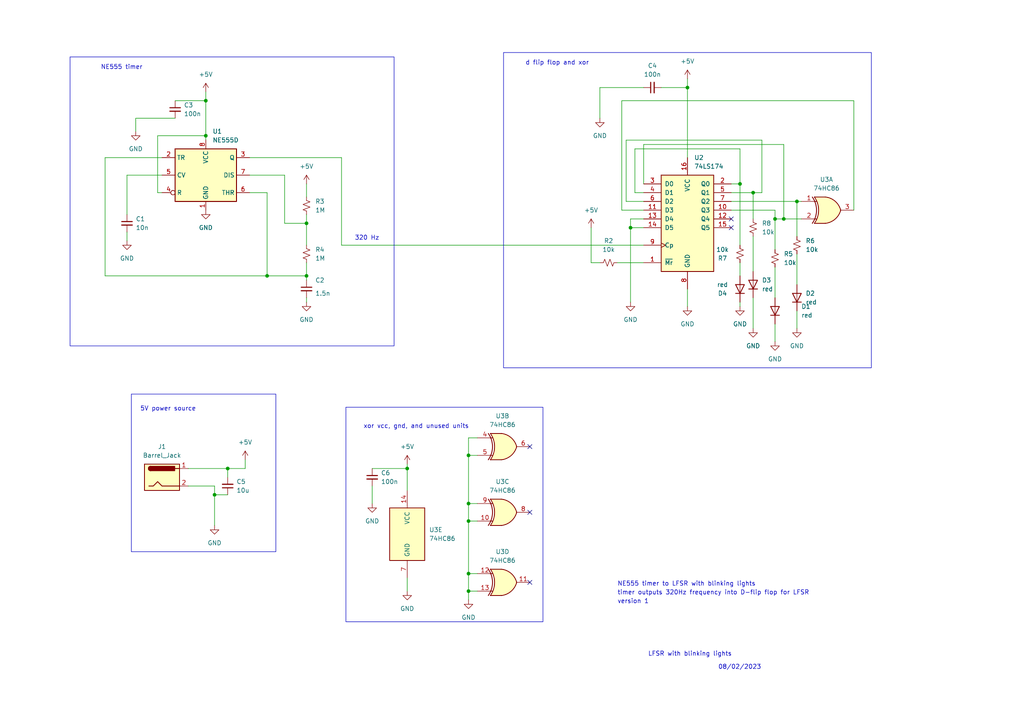
<source format=kicad_sch>
(kicad_sch (version 20230121) (generator eeschema)
  (paper "A4")
  (lib_symbols
    (symbol "74xx:74HC86" (pin_names (offset 1.016))
      (property "Reference" "U" (at 0 1.27 0))
      (property "Value" "74HC86" (at 0 -1.27 0))
      (symbol "74HC86_1_0"
        (arc (start -4.4196 -3.81) (mid -3.2033 0) (end -4.4196 3.81) (stroke (width 0.254)))
        (arc (start -3.81 -3.81) (mid -2.589 0) (end -3.81 3.81) (stroke (width 0.254)))
        (arc (start -0.6096 -3.81) (mid 2.1842 -2.5851) (end 3.81 0) (stroke (width 0.254)) (fill (type background)))
        (polyline (pts (xy -3.81 -3.81) (xy -0.635 -3.81)) (stroke (width 0.254)) (fill (type background)))
        (polyline (pts (xy -3.81 3.81) (xy -0.635 3.81)) (stroke (width 0.254)) (fill (type background)))
        (polyline (pts (xy -0.635 3.81) (xy -3.81 3.81) (xy -3.81 3.81) (xy -3.556 3.4036) (xy -3.0226 2.2606) (xy -2.6924 1.0414) (xy -2.6162 -0.254) (xy -2.7686 -1.4986) (xy -3.175 -2.7178) (xy -3.81 -3.81) (xy -3.81 -3.81) (xy -0.635 -3.81)) (stroke (width -25.4)) (fill (type background)))
        (arc (start 3.81 0) (mid 2.1915 2.5936) (end -0.6096 3.81) (stroke (width 0.254)) (fill (type background)))
        (pin input line (at -7.62 2.54 0) (length 4.445) (name "~") (number "1"))
        (pin input line (at -7.62 -2.54 0) (length 4.445) (name "~") (number "2"))
        (pin output line (at 7.62 0 180) (length 3.81) (name "~") (number "3"))
      )
      (symbol "74HC86_1_1"
        (polyline (pts (xy -3.81 -2.54) (xy -3.175 -2.54)) (stroke (width 0.1524)))
        (polyline (pts (xy -3.81 2.54) (xy -3.175 2.54)) (stroke (width 0.1524)))
      )
      (symbol "74HC86_2_0"
        (arc (start -4.4196 -3.81) (mid -3.2033 0) (end -4.4196 3.81) (stroke (width 0.254)))
        (arc (start -3.81 -3.81) (mid -2.589 0) (end -3.81 3.81) (stroke (width 0.254)))
        (arc (start -0.6096 -3.81) (mid 2.1842 -2.5851) (end 3.81 0) (stroke (width 0.254)) (fill (type background)))
        (polyline (pts (xy -3.81 -3.81) (xy -0.635 -3.81)) (stroke (width 0.254)) (fill (type background)))
        (polyline (pts (xy -3.81 3.81) (xy -0.635 3.81)) (stroke (width 0.254)) (fill (type background)))
        (polyline (pts (xy -0.635 3.81) (xy -3.81 3.81) (xy -3.81 3.81) (xy -3.556 3.4036) (xy -3.0226 2.2606) (xy -2.6924 1.0414) (xy -2.6162 -0.254) (xy -2.7686 -1.4986) (xy -3.175 -2.7178) (xy -3.81 -3.81) (xy -3.81 -3.81) (xy -0.635 -3.81)) (stroke (width -25.4)) (fill (type background)))
        (arc (start 3.81 0) (mid 2.1915 2.5936) (end -0.6096 3.81) (stroke (width 0.254)) (fill (type background)))
        (pin input line (at -7.62 2.54 0) (length 4.445) (name "~") (number "4"))
        (pin input line (at -7.62 -2.54 0) (length 4.445) (name "~") (number "5"))
        (pin output line (at 7.62 0 180) (length 3.81) (name "~") (number "6"))
      )
      (symbol "74HC86_2_1"
        (polyline (pts (xy -3.81 -2.54) (xy -3.175 -2.54)) (stroke (width 0.1524)))
        (polyline (pts (xy -3.81 2.54) (xy -3.175 2.54)) (stroke (width 0.1524)))
      )
      (symbol "74HC86_3_0"
        (arc (start -4.4196 -3.81) (mid -3.2033 0) (end -4.4196 3.81) (stroke (width 0.254)))
        (arc (start -3.81 -3.81) (mid -2.589 0) (end -3.81 3.81) (stroke (width 0.254)))
        (arc (start -0.6096 -3.81) (mid 2.1842 -2.5851) (end 3.81 0) (stroke (width 0.254)) (fill (type background)))
        (polyline (pts (xy -3.81 -3.81) (xy -0.635 -3.81)) (stroke (width 0.254)) (fill (type background)))
        (polyline (pts (xy -3.81 3.81) (xy -0.635 3.81)) (stroke (width 0.254)) (fill (type background)))
        (polyline (pts (xy -0.635 3.81) (xy -3.81 3.81) (xy -3.81 3.81) (xy -3.556 3.4036) (xy -3.0226 2.2606) (xy -2.6924 1.0414) (xy -2.6162 -0.254) (xy -2.7686 -1.4986) (xy -3.175 -2.7178) (xy -3.81 -3.81) (xy -3.81 -3.81) (xy -0.635 -3.81)) (stroke (width -25.4)) (fill (type background)))
        (arc (start 3.81 0) (mid 2.1915 2.5936) (end -0.6096 3.81) (stroke (width 0.254)) (fill (type background)))
        (pin input line (at -7.62 -2.54 0) (length 4.445) (name "~") (number "10"))
        (pin output line (at 7.62 0 180) (length 3.81) (name "~") (number "8"))
        (pin input line (at -7.62 2.54 0) (length 4.445) (name "~") (number "9"))
      )
      (symbol "74HC86_3_1"
        (polyline (pts (xy -3.81 -2.54) (xy -3.175 -2.54)) (stroke (width 0.1524)))
        (polyline (pts (xy -3.81 2.54) (xy -3.175 2.54)) (stroke (width 0.1524)))
      )
      (symbol "74HC86_4_0"
        (arc (start -4.4196 -3.81) (mid -3.2033 0) (end -4.4196 3.81) (stroke (width 0.254)))
        (arc (start -3.81 -3.81) (mid -2.589 0) (end -3.81 3.81) (stroke (width 0.254)))
        (arc (start -0.6096 -3.81) (mid 2.1842 -2.5851) (end 3.81 0) (stroke (width 0.254)) (fill (type background)))
        (polyline (pts (xy -3.81 -3.81) (xy -0.635 -3.81)) (stroke (width 0.254)) (fill (type background)))
        (polyline (pts (xy -3.81 3.81) (xy -0.635 3.81)) (stroke (width 0.254)) (fill (type background)))
        (polyline (pts (xy -0.635 3.81) (xy -3.81 3.81) (xy -3.81 3.81) (xy -3.556 3.4036) (xy -3.0226 2.2606) (xy -2.6924 1.0414) (xy -2.6162 -0.254) (xy -2.7686 -1.4986) (xy -3.175 -2.7178) (xy -3.81 -3.81) (xy -3.81 -3.81) (xy -0.635 -3.81)) (stroke (width -25.4)) (fill (type background)))
        (arc (start 3.81 0) (mid 2.1915 2.5936) (end -0.6096 3.81) (stroke (width 0.254)) (fill (type background)))
        (pin output line (at 7.62 0 180) (length 3.81) (name "~") (number "11"))
        (pin input line (at -7.62 2.54 0) (length 4.445) (name "~") (number "12"))
        (pin input line (at -7.62 -2.54 0) (length 4.445) (name "~") (number "13"))
      )
      (symbol "74HC86_4_1"
        (polyline (pts (xy -3.81 -2.54) (xy -3.175 -2.54)) (stroke (width 0.1524)))
        (polyline (pts (xy -3.81 2.54) (xy -3.175 2.54)) (stroke (width 0.1524)))
      )
      (symbol "74HC86_5_0"
        (pin power_in line (at 0 12.7 270) (length 5.08) (name "VCC") (number "14"))
        (pin power_in line (at 0 -12.7 90) (length 5.08) (name "GND") (number "7"))
      )
      (symbol "74HC86_5_1"
        (rectangle (start -5.08 7.62) (end 5.08 -7.62) (stroke (width 0.254)) (fill (type background)))
      )
    )
    (symbol "74xx:74LS174" (pin_names (offset 1.016))
      (property "Reference" "U" (at -7.62 13.97 0))
      (property "Value" "74LS174" (at -7.62 -16.51 0))
      (symbol "74LS174_1_0"
        (pin input line (at -12.7 -12.7 0) (length 5.08) (name "~{Mr}") (number "1"))
        (pin output line (at 12.7 2.54 180) (length 5.08) (name "Q3") (number "10"))
        (pin input line (at -12.7 2.54 0) (length 5.08) (name "D3") (number "11"))
        (pin output line (at 12.7 0 180) (length 5.08) (name "Q4") (number "12"))
        (pin input line (at -12.7 0 0) (length 5.08) (name "D4") (number "13"))
        (pin input line (at -12.7 -2.54 0) (length 5.08) (name "D5") (number "14"))
        (pin output line (at 12.7 -2.54 180) (length 5.08) (name "Q5") (number "15"))
        (pin power_in line (at 0 17.78 270) (length 5.08) (name "VCC") (number "16"))
        (pin output line (at 12.7 10.16 180) (length 5.08) (name "Q0") (number "2"))
        (pin input line (at -12.7 10.16 0) (length 5.08) (name "D0") (number "3"))
        (pin input line (at -12.7 7.62 0) (length 5.08) (name "D1") (number "4"))
        (pin output line (at 12.7 7.62 180) (length 5.08) (name "Q1") (number "5"))
        (pin input line (at -12.7 5.08 0) (length 5.08) (name "D2") (number "6"))
        (pin output line (at 12.7 5.08 180) (length 5.08) (name "Q2") (number "7"))
        (pin power_in line (at 0 -20.32 90) (length 5.08) (name "GND") (number "8"))
        (pin input clock (at -12.7 -7.62 0) (length 5.08) (name "Cp") (number "9"))
      )
      (symbol "74LS174_1_1"
        (rectangle (start -7.62 12.7) (end 7.62 -15.24) (stroke (width 0.254)) (fill (type background)))
      )
    )
    (symbol "Connector:Barrel_Jack" (pin_names (offset 1.016))
      (property "Reference" "J" (at 0 5.334 0))
      (property "Value" "Barrel_Jack" (at 0 -5.08 0))
      (symbol "Barrel_Jack_0_1"
        (rectangle (start -5.08 3.81) (end 5.08 -3.81) (stroke (width 0.254)) (fill (type background)))
        (arc (start -3.302 3.175) (mid -3.9343 2.54) (end -3.302 1.905) (stroke (width 0.254)))
        (arc (start -3.302 3.175) (mid -3.9343 2.54) (end -3.302 1.905) (stroke (width 0.254)) (fill (type outline)))
        (polyline (pts (xy 5.08 2.54) (xy 3.81 2.54)) (stroke (width 0.254)))
        (polyline (pts (xy -3.81 -2.54) (xy -2.54 -2.54) (xy -1.27 -1.27) (xy 0 -2.54) (xy 2.54 -2.54) (xy 5.08 -2.54)) (stroke (width 0.254)))
        (rectangle (start 3.683 3.175) (end -3.302 1.905) (stroke (width 0.254)) (fill (type outline)))
      )
      (symbol "Barrel_Jack_1_1"
        (pin passive line (at 7.62 2.54 180) (length 2.54) (name "~") (number "1"))
        (pin passive line (at 7.62 -2.54 180) (length 2.54) (name "~") (number "2"))
      )
    )
    (symbol "Device:C_Small" (pin_numbers hide) (pin_names (offset 0.254) hide)
      (property "Reference" "C" (at 0.254 1.778 0))
      (property "Value" "C_Small" (at 0.254 -2.032 0))
      (symbol "C_Small_0_1"
        (polyline (pts (xy -1.524 -0.508) (xy 1.524 -0.508)) (stroke (width 0.3302)))
        (polyline (pts (xy -1.524 0.508) (xy 1.524 0.508)) (stroke (width 0.3048)))
      )
      (symbol "C_Small_1_1"
        (pin passive line (at 0 2.54 270) (length 2.032) (name "~") (number "1"))
        (pin passive line (at 0 -2.54 90) (length 2.032) (name "~") (number "2"))
      )
    )
    (symbol "Device:D" (pin_numbers hide) (pin_names (offset 1.016) hide)
      (property "Reference" "D" (at 0 2.54 0))
      (property "Value" "D" (at 0 -2.54 0))
      (symbol "D_0_1"
        (polyline (pts (xy -1.27 1.27) (xy -1.27 -1.27)) (stroke (width 0.254)))
        (polyline (pts (xy 1.27 0) (xy -1.27 0)))
        (polyline (pts (xy 1.27 1.27) (xy 1.27 -1.27) (xy -1.27 0) (xy 1.27 1.27)) (stroke (width 0.254)))
      )
      (symbol "D_1_1"
        (pin passive line (at -3.81 0 0) (length 2.54) (name "K") (number "1"))
        (pin passive line (at 3.81 0 180) (length 2.54) (name "A") (number "2"))
      )
    )
    (symbol "Device:R_Small_US" (pin_numbers hide) (pin_names (offset 0.254) hide)
      (property "Reference" "R" (at 0.762 0.508 0))
      (property "Value" "R_Small_US" (at 0.762 -1.016 0))
      (symbol "R_Small_US_1_1"
        (polyline (pts (xy 0 0) (xy 1.016 -0.381) (xy 0 -0.762) (xy -1.016 -1.143) (xy 0 -1.524)))
        (polyline (pts (xy 0 1.524) (xy 1.016 1.143) (xy 0 0.762) (xy -1.016 0.381) (xy 0 0)))
        (pin passive line (at 0 2.54 270) (length 1.016) (name "~") (number "1"))
        (pin passive line (at 0 -2.54 90) (length 1.016) (name "~") (number "2"))
      )
    )
    (symbol "Timer:NE555D"
      (property "Reference" "U" (at -10.16 8.89 0))
      (property "Value" "NE555D" (at 2.54 8.89 0))
      (symbol "NE555D_0_0"
        (pin power_in line (at 0 -10.16 90) (length 2.54) (name "GND") (number "1"))
        (pin power_in line (at 0 10.16 270) (length 2.54) (name "VCC") (number "8"))
      )
      (symbol "NE555D_0_1"
        (rectangle (start -8.89 -7.62) (end 8.89 7.62) (stroke (width 0.254)) (fill (type background)))
        (rectangle (start -8.89 -7.62) (end 8.89 7.62) (stroke (width 0.254)) (fill (type background)))
      )
      (symbol "NE555D_1_1"
        (pin input line (at -12.7 5.08 0) (length 3.81) (name "TR") (number "2"))
        (pin output line (at 12.7 5.08 180) (length 3.81) (name "Q") (number "3"))
        (pin input inverted (at -12.7 -5.08 0) (length 3.81) (name "R") (number "4"))
        (pin input line (at -12.7 0 0) (length 3.81) (name "CV") (number "5"))
        (pin input line (at 12.7 -5.08 180) (length 3.81) (name "THR") (number "6"))
        (pin input line (at 12.7 0 180) (length 3.81) (name "DIS") (number "7"))
      )
    )
    (symbol "power:+5V" (power) (pin_names (offset 0))
      (property "Value" "+5V" (at 0 3.556 0))
      (symbol "+5V_0_1"
        (polyline (pts (xy -0.762 1.27) (xy 0 2.54)))
        (polyline (pts (xy 0 0) (xy 0 2.54)))
        (polyline (pts (xy 0 2.54) (xy 0.762 1.27)))
      )
      (symbol "+5V_1_1"
        (pin power_in line (at 0 0 90) (length 0) hide (name "+5V") (number "1"))
      )
    )
    (symbol "power:GND" (power) (pin_names (offset 0))
      (property "Value" "GND" (at 0 -3.81 0))
      (symbol "GND_0_1"
        (polyline (pts (xy 0 0) (xy 0 -1.27) (xy 1.27 -1.27) (xy 0 -2.54) (xy -1.27 -1.27) (xy 0 -1.27)))
      )
      (symbol "GND_1_1"
        (pin power_in line (at 0 0 270) (length 0) hide (name "GND") (number "1"))
      )
    )
  )
  (junction (at 214.63 53.34))
  (junction (at 88.9 80.01))
  (junction (at 224.79 63.5))
  (junction (at 59.69 39.37))
  (junction (at 182.88 66.04))
  (junction (at 135.89 166.37))
  (junction (at 135.89 151.13))
  (junction (at 199.39 25.4))
  (junction (at 135.89 146.05))
  (junction (at 135.89 171.45))
  (junction (at 118.11 135.89))
  (junction (at 62.23 143.51))
  (junction (at 218.44 55.88))
  (junction (at 231.14 58.42))
  (junction (at 227.33 63.5))
  (junction (at 88.9 64.77))
  (junction (at 66.04 135.89))
  (junction (at 77.47 80.01))
  (junction (at 135.89 132.08))
  (junction (at 59.69 29.21))
  (no_connect (at 212.09 66.04))
  (no_connect (at 212.09 63.5))
  (no_connect (at 153.67 168.91))
  (no_connect (at 153.67 129.54))
  (no_connect (at 153.67 148.59))
  (wire (pts (xy 227.33 63.5) (xy 232.41 63.5)))
  (wire (pts (xy 180.34 29.21) (xy 247.65 29.21)))
  (wire (pts (xy 224.79 77.47) (xy 224.79 86.36)))
  (wire (pts (xy 107.95 140.97) (xy 107.95 146.05)))
  (wire (pts (xy 135.89 151.13) (xy 135.89 166.37)))
  (wire (pts (xy 186.69 41.91) (xy 227.33 41.91)))
  (wire (pts (xy 182.88 66.04) (xy 182.88 87.63)))
  (wire (pts (xy 181.61 40.64) (xy 181.61 58.42)))
  (wire (pts (xy 218.44 55.88) (xy 220.98 55.88)))
  (wire (pts (xy 99.06 45.72) (xy 99.06 71.12)))
  (wire (pts (xy 135.89 132.08) (xy 135.89 146.05)))
  (wire (pts (xy 62.23 143.51) (xy 62.23 152.4)))
  (wire (pts (xy 184.15 55.88) (xy 186.69 55.88)))
  (wire (pts (xy 220.98 55.88) (xy 220.98 40.64)))
  (wire (pts (xy 88.9 80.01) (xy 88.9 81.28)))
  (wire (pts (xy 171.45 66.04) (xy 171.45 76.2)))
  (wire (pts (xy 54.61 135.89) (xy 66.04 135.89)))
  (wire (pts (xy 46.99 50.8) (xy 36.83 50.8)))
  (wire (pts (xy 214.63 87.63) (xy 214.63 88.9)))
  (wire (pts (xy 214.63 71.12) (xy 214.63 53.34)))
  (wire (pts (xy 186.69 63.5) (xy 182.88 63.5)))
  (wire (pts (xy 135.89 146.05) (xy 135.89 151.13)))
  (wire (pts (xy 54.61 140.97) (xy 62.23 140.97)))
  (wire (pts (xy 72.39 45.72) (xy 99.06 45.72)))
  (wire (pts (xy 39.37 34.29) (xy 39.37 38.1)))
  (wire (pts (xy 62.23 140.97) (xy 62.23 143.51)))
  (wire (pts (xy 30.48 80.01) (xy 30.48 45.72)))
  (wire (pts (xy 59.69 29.21) (xy 59.69 39.37)))
  (wire (pts (xy 231.14 90.17) (xy 231.14 95.25)))
  (wire (pts (xy 82.55 50.8) (xy 82.55 64.77)))
  (wire (pts (xy 66.04 135.89) (xy 71.12 135.89)))
  (wire (pts (xy 180.34 60.96) (xy 186.69 60.96)))
  (wire (pts (xy 135.89 171.45) (xy 138.43 171.45)))
  (wire (pts (xy 191.77 25.4) (xy 199.39 25.4)))
  (wire (pts (xy 66.04 135.89) (xy 66.04 138.43)))
  (wire (pts (xy 59.69 39.37) (xy 59.69 40.64)))
  (wire (pts (xy 171.45 76.2) (xy 173.99 76.2)))
  (wire (pts (xy 30.48 45.72) (xy 46.99 45.72)))
  (wire (pts (xy 186.69 53.34) (xy 186.69 41.91)))
  (wire (pts (xy 218.44 55.88) (xy 218.44 63.5)))
  (wire (pts (xy 88.9 80.01) (xy 77.47 80.01)))
  (wire (pts (xy 118.11 134.62) (xy 118.11 135.89)))
  (wire (pts (xy 135.89 132.08) (xy 138.43 132.08)))
  (wire (pts (xy 88.9 53.34) (xy 88.9 57.15)))
  (wire (pts (xy 39.37 34.29) (xy 50.8 34.29)))
  (wire (pts (xy 179.07 76.2) (xy 186.69 76.2)))
  (wire (pts (xy 224.79 63.5) (xy 224.79 72.39)))
  (wire (pts (xy 88.9 86.36) (xy 88.9 87.63)))
  (wire (pts (xy 135.89 127) (xy 135.89 132.08)))
  (wire (pts (xy 212.09 60.96) (xy 224.79 60.96)))
  (wire (pts (xy 88.9 76.2) (xy 88.9 80.01)))
  (wire (pts (xy 224.79 63.5) (xy 227.33 63.5)))
  (wire (pts (xy 212.09 53.34) (xy 214.63 53.34)))
  (wire (pts (xy 62.23 143.51) (xy 66.04 143.51)))
  (wire (pts (xy 72.39 50.8) (xy 82.55 50.8)))
  (wire (pts (xy 45.72 55.88) (xy 45.72 39.37)))
  (wire (pts (xy 59.69 26.67) (xy 59.69 29.21)))
  (wire (pts (xy 36.83 67.31) (xy 36.83 69.85)))
  (wire (pts (xy 77.47 80.01) (xy 30.48 80.01)))
  (wire (pts (xy 71.12 135.89) (xy 71.12 133.35)))
  (wire (pts (xy 77.47 55.88) (xy 77.47 80.01)))
  (wire (pts (xy 135.89 166.37) (xy 138.43 166.37)))
  (wire (pts (xy 173.99 25.4) (xy 186.69 25.4)))
  (wire (pts (xy 199.39 22.86) (xy 199.39 25.4)))
  (wire (pts (xy 135.89 166.37) (xy 135.89 171.45)))
  (wire (pts (xy 118.11 167.64) (xy 118.11 171.45)))
  (wire (pts (xy 214.63 43.18) (xy 184.15 43.18)))
  (wire (pts (xy 247.65 29.21) (xy 247.65 60.96)))
  (wire (pts (xy 135.89 146.05) (xy 138.43 146.05)))
  (wire (pts (xy 88.9 62.23) (xy 88.9 64.77)))
  (wire (pts (xy 199.39 83.82) (xy 199.39 88.9)))
  (wire (pts (xy 181.61 40.64) (xy 220.98 40.64)))
  (wire (pts (xy 218.44 86.36) (xy 218.44 95.25)))
  (wire (pts (xy 173.99 25.4) (xy 173.99 34.29)))
  (wire (pts (xy 135.89 151.13) (xy 138.43 151.13)))
  (wire (pts (xy 82.55 64.77) (xy 88.9 64.77)))
  (wire (pts (xy 50.8 29.21) (xy 59.69 29.21)))
  (wire (pts (xy 36.83 50.8) (xy 36.83 62.23)))
  (wire (pts (xy 135.89 171.45) (xy 135.89 173.99)))
  (wire (pts (xy 72.39 55.88) (xy 77.47 55.88)))
  (wire (pts (xy 88.9 64.77) (xy 88.9 71.12)))
  (wire (pts (xy 182.88 63.5) (xy 182.88 66.04)))
  (wire (pts (xy 224.79 60.96) (xy 224.79 63.5)))
  (wire (pts (xy 46.99 55.88) (xy 45.72 55.88)))
  (wire (pts (xy 181.61 58.42) (xy 186.69 58.42)))
  (wire (pts (xy 212.09 55.88) (xy 218.44 55.88)))
  (wire (pts (xy 224.79 93.98) (xy 224.79 99.06)))
  (wire (pts (xy 118.11 135.89) (xy 118.11 142.24)))
  (wire (pts (xy 231.14 58.42) (xy 231.14 68.58)))
  (wire (pts (xy 45.72 39.37) (xy 59.69 39.37)))
  (wire (pts (xy 138.43 127) (xy 135.89 127)))
  (wire (pts (xy 99.06 71.12) (xy 186.69 71.12)))
  (wire (pts (xy 186.69 66.04) (xy 182.88 66.04)))
  (wire (pts (xy 212.09 58.42) (xy 231.14 58.42)))
  (wire (pts (xy 199.39 25.4) (xy 199.39 45.72)))
  (wire (pts (xy 214.63 76.2) (xy 214.63 80.01)))
  (wire (pts (xy 231.14 58.42) (xy 232.41 58.42)))
  (wire (pts (xy 218.44 68.58) (xy 218.44 78.74)))
  (wire (pts (xy 107.95 135.89) (xy 118.11 135.89)))
  (wire (pts (xy 231.14 73.66) (xy 231.14 82.55)))
  (wire (pts (xy 214.63 53.34) (xy 214.63 43.18)))
  (wire (pts (xy 180.34 29.21) (xy 180.34 60.96)))
  (wire (pts (xy 227.33 41.91) (xy 227.33 63.5)))
  (wire (pts (xy 184.15 43.18) (xy 184.15 55.88)))
  (rectangle (start 146.05 15.24) (end 252.73 106.68))
  (rectangle (start 38.1 114.3) (end 80.01 160.02))
  (rectangle (start 20.32 16.51) (end 114.3 100.33))
  (rectangle (start 100.33 118.11) (end 157.48 180.34))
  (text "LFSR with blinking lights" (at 187.96 190.5 0) (effects (font (size 1.27 1.27)) (justify left bottom)))
  (text "NE555 timer to LFSR with blinking lights" (at 179.07 170.18 0) (effects (font (size 1.27 1.27)) (justify left bottom)))
  (text "timer outputs 320Hz frequency into D-flip flop for LFSR" (at 179.07 172.72 0) (effects (font (size 1.27 1.27)) (justify left bottom)))
  (text "08/02/2023" (at 208.28 194.31 0) (effects (font (size 1.27 1.27)) (justify left bottom)))
  (text "xor vcc, gnd, and unused units" (at 105.41 124.46 0) (effects (font (size 1.27 1.27)) (justify left bottom)))
  (text "5V power source" (at 40.64 119.38 0) (effects (font (size 1.27 1.27)) (justify left bottom)))
  (text "d flip flop and xor" (at 152.4 19.05 0) (effects (font (size 1.27 1.27)) (justify left bottom)))
  (text "NE555 timer" (at 29.21 20.32 0) (effects (font (size 1.27 1.27)) (justify left bottom)))
  (text "320 Hz" (at 102.87 69.85 0) (effects (font (size 1.27 1.27)) (justify left bottom)))
  (text "version 1" (at 179.07 175.26 0) (effects (font (size 1.27 1.27)) (justify left bottom)))
  (symbol (lib_id "power:GND") (at 39.37 38.1 0) (unit 1)
    (property "Reference" "#PWR019" (effects hide))
    (property "Value" "GND" (at 39.37 43.18 0))
  )
  (symbol (lib_id "power:GND") (at 118.11 171.45 0) (unit 1)
    (property "Reference" "#PWR012" (effects hide))
    (property "Value" "GND" (at 118.11 176.53 0))
  )
  (symbol (lib_id "Connector:Barrel_Jack") (at 46.99 138.43 0) (unit 1)
    (property "Reference" "J1" (at 46.99 129.54 0))
    (property "Value" "Barrel_Jack" (at 46.99 132.08 0))
    (property "Footprint" "Connector_BarrelJack:BarrelJack_Wuerth_6941xx301002" (effects hide))
  )
  (symbol (lib_id "power:GND") (at 36.83 69.85 0) (unit 1)
    (property "Reference" "#PWR02" (effects hide))
    (property "Value" "GND" (at 36.83 74.93 0))
  )
  (symbol (lib_id "Device:R_Small_US") (at 88.9 73.66 0) (unit 1)
    (property "Reference" "R4" (at 91.44 72.39 0) (effects (justify left)))
    (property "Value" "1M" (at 91.44 74.93 0) (effects (justify left)))
    (property "Footprint" "Resistor_SMD:R_1206_3216Metric" (effects hide))
  )
  (symbol (lib_id "Device:R_Small_US") (at 231.14 71.12 0) (unit 1)
    (property "Reference" "R6" (at 233.68 69.85 0) (effects (justify left)))
    (property "Value" "10k" (at 233.68 72.39 0) (effects (justify left)))
    (property "Footprint" "Resistor_SMD:R_1206_3216Metric" (effects hide))
  )
  (symbol (lib_id "Device:R_Small_US") (at 176.53 76.2 90) (unit 1)
    (property "Reference" "R2" (at 176.53 69.85 90))
    (property "Value" "10k" (at 176.53 72.39 90))
    (property "Footprint" "Resistor_SMD:R_1206_3216Metric" (effects hide))
  )
  (symbol (lib_id "power:GND") (at 107.95 146.05 0) (unit 1)
    (property "Reference" "#PWR021" (effects hide))
    (property "Value" "GND" (at 107.95 151.13 0))
  )
  (symbol (lib_id "74xx:74LS174") (at 199.39 63.5 0) (unit 1)
    (property "Reference" "U2" (at 201.3459 45.72 0) (effects (justify left)))
    (property "Value" "74LS174" (at 201.3459 48.26 0) (effects (justify left)))
    (property "Footprint" "Package_SO:SOIC-16_3.9x9.9mm_P1.27mm" (effects hide))
    (property "Datasheet" "http://www.ti.com/lit/gpn/sn74LS174" (effects hide))
  )
  (symbol (lib_id "74xx:74HC86") (at 146.05 148.59 0) (unit 3)
    (property "Reference" "U3" (at 145.7452 139.7 0))
    (property "Value" "74HC86" (at 145.7452 142.24 0))
    (property "Footprint" "Package_SO:SOIC-14_3.9x8.7mm_P1.27mm" (effects hide))
    (property "Datasheet" "http://www.ti.com/lit/gpn/sn74HC86" (effects hide))
  )
  (symbol (lib_id "74xx:74HC86") (at 240.03 60.96 0) (unit 1)
    (property "Reference" "U3" (at 239.7252 52.07 0))
    (property "Value" "74HC86" (at 239.7252 54.61 0))
    (property "Footprint" "Package_SO:SOIC-14_3.9x8.7mm_P1.27mm" (effects hide))
    (property "Datasheet" "http://www.ti.com/lit/gpn/sn74HC86" (effects hide))
  )
  (symbol (lib_id "74xx:74HC86") (at 146.05 129.54 0) (unit 2)
    (property "Reference" "U3" (at 145.7452 120.65 0))
    (property "Value" "74HC86" (at 145.7452 123.19 0))
    (property "Footprint" "Package_SO:SOIC-14_3.9x8.7mm_P1.27mm" (effects hide))
    (property "Datasheet" "http://www.ti.com/lit/gpn/sn74HC86" (effects hide))
  )
  (symbol (lib_id "Device:R_Small_US") (at 88.9 59.69 0) (unit 1)
    (property "Reference" "R3" (at 91.44 58.42 0) (effects (justify left)))
    (property "Value" "1M" (at 91.44 60.96 0) (effects (justify left)))
    (property "Footprint" "Resistor_SMD:R_1206_3216Metric" (effects hide))
  )
  (symbol (lib_id "Device:R_Small_US") (at 218.44 66.04 0) (unit 1)
    (property "Reference" "R8" (at 220.98 64.77 0) (effects (justify left)))
    (property "Value" "10k" (at 220.98 67.31 0) (effects (justify left)))
    (property "Footprint" "Resistor_SMD:R_1206_3216Metric" (effects hide))
  )
  (symbol (lib_id "power:GND") (at 62.23 152.4 0) (unit 1)
    (property "Reference" "#PWR015" (effects hide))
    (property "Value" "GND" (at 62.23 157.48 0))
  )
  (symbol (lib_id "power:GND") (at 59.69 60.96 0) (unit 1)
    (property "Reference" "#PWR04" (effects hide))
    (property "Value" "GND" (at 59.69 66.04 0))
  )
  (symbol (lib_id "Device:D") (at 214.63 83.82 90) (unit 1)
    (property "Reference" "D4" (at 209.55 85.09 90))
    (property "Value" "red" (at 209.55 82.55 90))
    (property "Footprint" "Diode_SMD:D_1206_3216Metric" (effects hide))
    (property "Sim.Device" "D" (effects hide))
    (property "Sim.Pins" "1=K 2=A" (effects hide))
  )
  (symbol (lib_id "Device:C_Small") (at 50.8 31.75 0) (unit 1)
    (property "Reference" "C3" (at 53.34 30.4863 0) (effects (justify left)))
    (property "Value" "100n" (at 53.34 33.0263 0) (effects (justify left)))
    (property "Footprint" "Capacitor_SMD:C_1206_3216Metric" (effects hide))
  )
  (symbol (lib_id "Device:D") (at 218.44 82.55 90) (unit 1)
    (property "Reference" "D3" (at 220.98 81.28 90) (effects (justify right)))
    (property "Value" "red" (at 220.98 83.82 90) (effects (justify right)))
    (property "Footprint" "Diode_SMD:D_1206_3216Metric" (effects hide))
    (property "Sim.Device" "D" (effects hide))
    (property "Sim.Pins" "1=K 2=A" (effects hide))
  )
  (symbol (lib_id "power:GND") (at 173.99 34.29 0) (unit 1)
    (property "Reference" "#PWR020" (effects hide))
    (property "Value" "GND" (at 173.99 39.37 0))
  )
  (symbol (lib_id "power:+5V") (at 59.69 26.67 0) (unit 1)
    (property "Reference" "#PWR010" (effects hide))
    (property "Value" "+5V" (at 59.69 21.59 0))
  )
  (symbol (lib_id "74xx:74HC86") (at 118.11 154.94 0) (unit 5)
    (property "Reference" "U3" (at 124.46 153.67 0) (effects (justify left)))
    (property "Value" "74HC86" (at 124.46 156.21 0) (effects (justify left)))
    (property "Footprint" "Package_SO:SOIC-14_3.9x8.7mm_P1.27mm" (effects hide))
    (property "Datasheet" "http://www.ti.com/lit/gpn/sn74HC86" (effects hide))
  )
  (symbol (lib_id "power:GND") (at 218.44 95.25 0) (unit 1)
    (property "Reference" "#PWR013" (effects hide))
    (property "Value" "GND" (at 218.44 100.33 0))
  )
  (symbol (lib_id "power:GND") (at 199.39 88.9 0) (unit 1)
    (property "Reference" "#PWR01" (effects hide))
    (property "Value" "GND" (at 199.39 93.98 0))
  )
  (symbol (lib_id "power:+5V") (at 88.9 53.34 0) (unit 1)
    (property "Reference" "#PWR016" (effects hide))
    (property "Value" "+5V" (at 88.9 48.26 0))
  )
  (symbol (lib_id "Device:C_Small") (at 36.83 64.77 0) (unit 1)
    (property "Reference" "C1" (at 39.37 63.5063 0) (effects (justify left)))
    (property "Value" "10n" (at 39.37 66.0463 0) (effects (justify left)))
    (property "Footprint" "Capacitor_SMD:C_1206_3216Metric_Pad1.33x1.80mm_HandSolder" (effects hide))
  )
  (symbol (lib_id "power:GND") (at 135.89 173.99 0) (unit 1)
    (property "Reference" "#PWR06" (effects hide))
    (property "Value" "GND" (at 135.89 179.07 0))
  )
  (symbol (lib_id "power:+5V") (at 199.39 22.86 0) (unit 1)
    (property "Reference" "#PWR017" (effects hide))
    (property "Value" "+5V" (at 199.39 17.78 0))
  )
  (symbol (lib_id "power:GND") (at 182.88 87.63 0) (unit 1)
    (property "Reference" "#PWR07" (effects hide))
    (property "Value" "GND" (at 182.88 92.71 0))
  )
  (symbol (lib_id "Device:R_Small_US") (at 224.79 74.93 0) (unit 1)
    (property "Reference" "R5" (at 227.33 73.66 0) (effects (justify left)))
    (property "Value" "10k" (at 227.33 76.2 0) (effects (justify left)))
    (property "Footprint" "Resistor_SMD:R_1206_3216Metric" (effects hide))
  )
  (symbol (lib_id "power:GND") (at 88.9 87.63 0) (unit 1)
    (property "Reference" "#PWR03" (effects hide))
    (property "Value" "GND" (at 88.9 92.71 0))
  )
  (symbol (lib_id "74xx:74HC86") (at 146.05 168.91 0) (unit 4)
    (property "Reference" "U3" (at 145.7452 160.02 0))
    (property "Value" "74HC86" (at 145.7452 162.56 0))
    (property "Footprint" "Package_SO:SOIC-14_3.9x8.7mm_P1.27mm" (effects hide))
    (property "Datasheet" "http://www.ti.com/lit/gpn/sn74HC86" (effects hide))
  )
  (symbol (lib_id "Device:C_Small") (at 66.04 140.97 180) (unit 1)
    (property "Reference" "C5" (at 68.58 139.6936 0) (effects (justify right)))
    (property "Value" "10u" (at 68.58 142.2336 0) (effects (justify right)))
    (property "Footprint" "Capacitor_SMD:C_1206_3216Metric" (effects hide))
  )
  (symbol (lib_id "power:+5V") (at 118.11 134.62 0) (unit 1)
    (property "Reference" "#PWR018" (effects hide))
    (property "Value" "+5V" (at 118.11 129.54 0))
  )
  (symbol (lib_id "power:GND") (at 214.63 88.9 0) (unit 1)
    (property "Reference" "#PWR09" (effects hide))
    (property "Value" "GND" (at 214.63 93.98 0))
  )
  (symbol (lib_id "Timer:NE555D") (at 59.69 50.8 0) (unit 1)
    (property "Reference" "U1" (at 61.6459 38.1 0) (effects (justify left)))
    (property "Value" "NE555D" (at 61.6459 40.64 0) (effects (justify left)))
    (property "Footprint" "Package_SO:SOIC-8_3.9x4.9mm_P1.27mm" (effects hide))
    (property "Datasheet" "http://www.ti.com/lit/ds/symlink/ne555.pdf" (effects hide))
  )
  (symbol (lib_id "Device:C_Small") (at 189.23 25.4 90) (unit 1)
    (property "Reference" "C4" (at 189.2363 19.05 90))
    (property "Value" "100n" (at 189.2363 21.59 90))
    (property "Footprint" "Capacitor_SMD:C_1206_3216Metric" (effects hide))
  )
  (symbol (lib_id "Device:C_Small") (at 88.9 83.82 0) (unit 1)
    (property "Reference" "C2" (at 91.44 81.2863 0) (effects (justify left)))
    (property "Value" "1.5n" (at 91.44 85.0963 0) (effects (justify left)))
    (property "Footprint" "Capacitor_SMD:C_1206_3216Metric" (effects hide))
  )
  (symbol (lib_id "power:GND") (at 231.14 95.25 0) (unit 1)
    (property "Reference" "#PWR011" (effects hide))
    (property "Value" "GND" (at 231.14 100.33 0))
  )
  (symbol (lib_id "Device:C_Small") (at 107.95 138.43 0) (unit 1)
    (property "Reference" "C6" (at 110.49 137.1663 0) (effects (justify left)))
    (property "Value" "100n" (at 110.49 139.7063 0) (effects (justify left)))
    (property "Footprint" "Capacitor_SMD:C_1206_3216Metric" (effects hide))
  )
  (symbol (lib_id "Device:D") (at 231.14 86.36 90) (unit 1)
    (property "Reference" "D2" (at 233.68 85.09 90) (effects (justify right)))
    (property "Value" "red" (at 233.68 87.63 90) (effects (justify right)))
    (property "Footprint" "Diode_SMD:D_1206_3216Metric" (effects hide))
    (property "Sim.Device" "D" (effects hide))
    (property "Sim.Pins" "1=K 2=A" (effects hide))
  )
  (symbol (lib_id "Device:D") (at 224.79 90.17 90) (unit 1)
    (property "Reference" "D1" (at 232.41 88.9 90) (effects (justify right)))
    (property "Value" "red" (at 232.41 91.44 90) (effects (justify right)))
    (property "Footprint" "Diode_SMD:D_1206_3216Metric" (effects hide))
    (property "Sim.Device" "D" (effects hide))
    (property "Sim.Pins" "1=K 2=A" (effects hide))
  )
  (symbol (lib_id "power:+5V") (at 171.45 66.04 0) (unit 1)
    (property "Reference" "#PWR05" (effects hide))
    (property "Value" "+5V" (at 171.45 60.96 0))
  )
  (symbol (lib_id "power:GND") (at 224.79 99.06 0) (unit 1)
    (property "Reference" "#PWR08" (effects hide))
    (property "Value" "GND" (at 224.79 104.14 0))
  )
  (symbol (lib_id "Device:R_Small_US") (at 214.63 73.66 180) (unit 1)
    (property "Reference" "R7" (at 209.55 74.93 0))
    (property "Value" "10k" (at 209.55 72.39 0))
    (property "Footprint" "Resistor_SMD:R_1206_3216Metric" (effects hide))
  )
  (symbol (lib_id "power:+5V") (at 71.12 133.35 0) (unit 1)
    (property "Reference" "#PWR014" (effects hide))
    (property "Value" "+5V" (at 71.12 128.27 0))
  )
)
</source>
